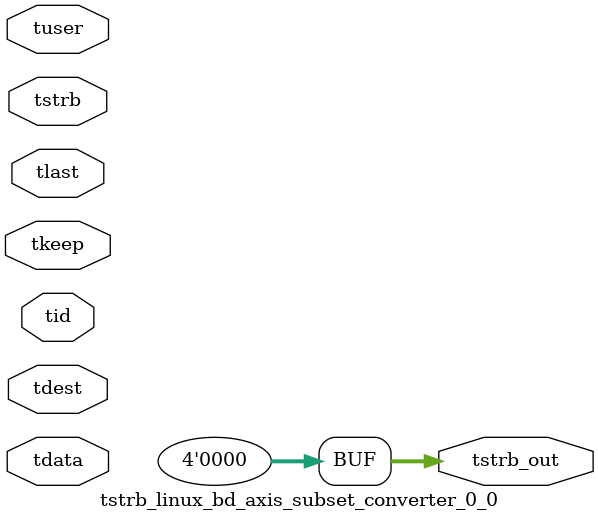
<source format=v>


`timescale 1ps/1ps

module tstrb_linux_bd_axis_subset_converter_0_0 #
(
parameter C_S_AXIS_TDATA_WIDTH = 32,
parameter C_S_AXIS_TUSER_WIDTH = 0,
parameter C_S_AXIS_TID_WIDTH   = 0,
parameter C_S_AXIS_TDEST_WIDTH = 0,
parameter C_M_AXIS_TDATA_WIDTH = 32
)
(
input  [(C_S_AXIS_TDATA_WIDTH == 0 ? 1 : C_S_AXIS_TDATA_WIDTH)-1:0     ] tdata,
input  [(C_S_AXIS_TUSER_WIDTH == 0 ? 1 : C_S_AXIS_TUSER_WIDTH)-1:0     ] tuser,
input  [(C_S_AXIS_TID_WIDTH   == 0 ? 1 : C_S_AXIS_TID_WIDTH)-1:0       ] tid,
input  [(C_S_AXIS_TDEST_WIDTH == 0 ? 1 : C_S_AXIS_TDEST_WIDTH)-1:0     ] tdest,
input  [(C_S_AXIS_TDATA_WIDTH/8)-1:0 ] tkeep,
input  [(C_S_AXIS_TDATA_WIDTH/8)-1:0 ] tstrb,
input                                                                    tlast,
output [(C_M_AXIS_TDATA_WIDTH/8)-1:0 ] tstrb_out
);

assign tstrb_out = {1'b0};

endmodule


</source>
